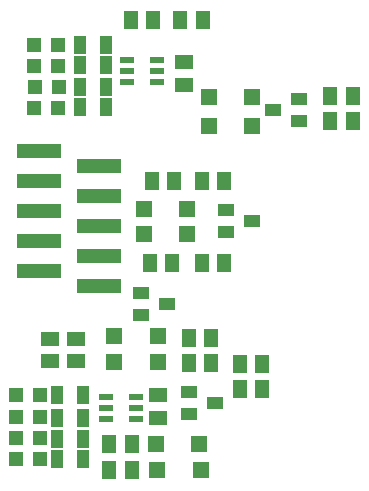
<source format=gbr>
%TF.GenerationSoftware,KiCad,Pcbnew,8.0.3*%
%TF.CreationDate,2024-06-29T02:25:23+02:00*%
%TF.ProjectId,io-16x-fused-fm,696f2d31-3678-42d6-9675-7365642d666d,rev?*%
%TF.SameCoordinates,Original*%
%TF.FileFunction,Paste,Bot*%
%TF.FilePolarity,Positive*%
%FSLAX46Y46*%
G04 Gerber Fmt 4.6, Leading zero omitted, Abs format (unit mm)*
G04 Created by KiCad (PCBNEW 8.0.3) date 2024-06-29 02:25:23*
%MOMM*%
%LPD*%
G01*
G04 APERTURE LIST*
%ADD10R,1.400000X1.000000*%
%ADD11R,1.300000X1.500000*%
%ADD12R,1.500000X1.300000*%
%ADD13R,1.200000X1.300000*%
%ADD14R,1.400000X1.400000*%
%ADD15R,1.000000X1.500000*%
%ADD16R,1.164600X0.597100*%
%ADD17R,3.810000X1.270000*%
G04 APERTURE END LIST*
D10*
%TO.C,D9*%
X147142600Y-120582050D03*
X147142600Y-118682050D03*
X149342600Y-119632050D03*
%TD*%
D11*
%TO.C,R15*%
X148168400Y-107732050D03*
X150068400Y-107732050D03*
%TD*%
%TO.C,R7*%
X143968400Y-100832050D03*
X145868400Y-100832050D03*
%TD*%
D12*
%TO.C,R1*%
X137518400Y-116082050D03*
X137518400Y-114182050D03*
%TD*%
D11*
%TO.C,R9*%
X147068400Y-114132050D03*
X148968400Y-114132050D03*
%TD*%
D13*
%TO.C,FB3*%
X134484400Y-124398750D03*
X132452400Y-124398750D03*
%TD*%
D14*
%TO.C,D3*%
X147992600Y-123132050D03*
X144292600Y-123132050D03*
%TD*%
D11*
%TO.C,R11*%
X151392600Y-116332050D03*
X153292600Y-116332050D03*
%TD*%
%TO.C,R13*%
X159068400Y-95732050D03*
X160968400Y-95732050D03*
%TD*%
D12*
%TO.C,C2*%
X146718400Y-92682050D03*
X146718400Y-90782050D03*
%TD*%
D13*
%TO.C,FB2*%
X134484400Y-120845350D03*
X132452400Y-120845350D03*
%TD*%
D14*
%TO.C,D4*%
X148092600Y-125332050D03*
X144392600Y-125332050D03*
%TD*%
%TO.C,D6*%
X143268400Y-103232050D03*
X146968400Y-103232050D03*
%TD*%
D13*
%TO.C,FB6*%
X133952400Y-89298750D03*
X135984400Y-89298750D03*
%TD*%
%TO.C,FB1*%
X134484400Y-118958750D03*
X132452400Y-118958750D03*
%TD*%
D15*
%TO.C,F3*%
X135968400Y-124378750D03*
X138168400Y-124378750D03*
%TD*%
D11*
%TO.C,R8*%
X143768400Y-107732050D03*
X145668400Y-107732050D03*
%TD*%
D13*
%TO.C,FB4*%
X134484400Y-122612050D03*
X132452400Y-122612050D03*
%TD*%
D11*
%TO.C,R6*%
X146368400Y-87232050D03*
X148268400Y-87232050D03*
%TD*%
D10*
%TO.C,D10*%
X143018400Y-112182050D03*
X143018400Y-110282050D03*
X145218400Y-111232050D03*
%TD*%
D16*
%TO.C,TVS2*%
X141843000Y-92482050D03*
X141843000Y-91532050D03*
X141843000Y-90582050D03*
X144393800Y-90582050D03*
X144393800Y-91532050D03*
X144393800Y-92482050D03*
%TD*%
D11*
%TO.C,R4*%
X140368400Y-125332050D03*
X142268400Y-125332050D03*
%TD*%
D16*
%TO.C,TVS1*%
X140043000Y-120982050D03*
X140043000Y-120032050D03*
X140043000Y-119082050D03*
X142593800Y-119082050D03*
X142593800Y-120032050D03*
X142593800Y-120982050D03*
%TD*%
D12*
%TO.C,C1*%
X144518400Y-118982050D03*
X144518400Y-120882050D03*
%TD*%
D14*
%TO.C,D8*%
X148768400Y-93732050D03*
X152468400Y-93732050D03*
%TD*%
%TO.C,D2*%
X144468400Y-113932050D03*
X140768400Y-113932050D03*
%TD*%
D11*
%TO.C,R10*%
X151392600Y-118432050D03*
X153292600Y-118432050D03*
%TD*%
D14*
%TO.C,D7*%
X148768400Y-96132050D03*
X152468400Y-96132050D03*
%TD*%
D13*
%TO.C,FB7*%
X133952400Y-94658750D03*
X135984400Y-94658750D03*
%TD*%
D15*
%TO.C,F2*%
X135968400Y-120892050D03*
X138168400Y-120892050D03*
%TD*%
D11*
%TO.C,R14*%
X148168400Y-100832050D03*
X150068400Y-100832050D03*
%TD*%
D14*
%TO.C,D1*%
X144468400Y-116132050D03*
X140768400Y-116132050D03*
%TD*%
D13*
%TO.C,FB5*%
X133952400Y-91112050D03*
X135984400Y-91112050D03*
%TD*%
D11*
%TO.C,R16*%
X159068400Y-93632050D03*
X160968400Y-93632050D03*
%TD*%
D15*
%TO.C,F1*%
X135968400Y-118932050D03*
X138168400Y-118932050D03*
%TD*%
D10*
%TO.C,D11*%
X150218400Y-105182050D03*
X150218400Y-103282050D03*
X152418400Y-104232050D03*
%TD*%
D12*
%TO.C,R2*%
X135318400Y-116082050D03*
X135318400Y-114182050D03*
%TD*%
D11*
%TO.C,R3*%
X140368400Y-123132050D03*
X142268400Y-123132050D03*
%TD*%
D10*
%TO.C,D12*%
X156418400Y-93882050D03*
X156418400Y-95782050D03*
X154218400Y-94832050D03*
%TD*%
D15*
%TO.C,F5*%
X137868400Y-91025350D03*
X140068400Y-91025350D03*
%TD*%
D13*
%TO.C,FB8*%
X134052400Y-92845350D03*
X136084400Y-92845350D03*
%TD*%
D17*
%TO.C,X1*%
X139458400Y-109747050D03*
X134378400Y-108477050D03*
X139458400Y-107207050D03*
X134378400Y-105937050D03*
X139458400Y-104667050D03*
X134378400Y-103397050D03*
X139458400Y-102127050D03*
X134378400Y-100857050D03*
X139458400Y-99587050D03*
X134378400Y-98317050D03*
%TD*%
D11*
%TO.C,R5*%
X142168400Y-87232050D03*
X144068400Y-87232050D03*
%TD*%
D15*
%TO.C,F8*%
X137868400Y-92832050D03*
X140068400Y-92832050D03*
%TD*%
%TO.C,F6*%
X137868400Y-89285350D03*
X140068400Y-89285350D03*
%TD*%
%TO.C,F4*%
X135968400Y-122638750D03*
X138168400Y-122638750D03*
%TD*%
%TO.C,F7*%
X137868400Y-94572050D03*
X140068400Y-94572050D03*
%TD*%
D14*
%TO.C,D5*%
X143268400Y-105332050D03*
X146968400Y-105332050D03*
%TD*%
D11*
%TO.C,R12*%
X147068400Y-116232050D03*
X148968400Y-116232050D03*
%TD*%
M02*

</source>
